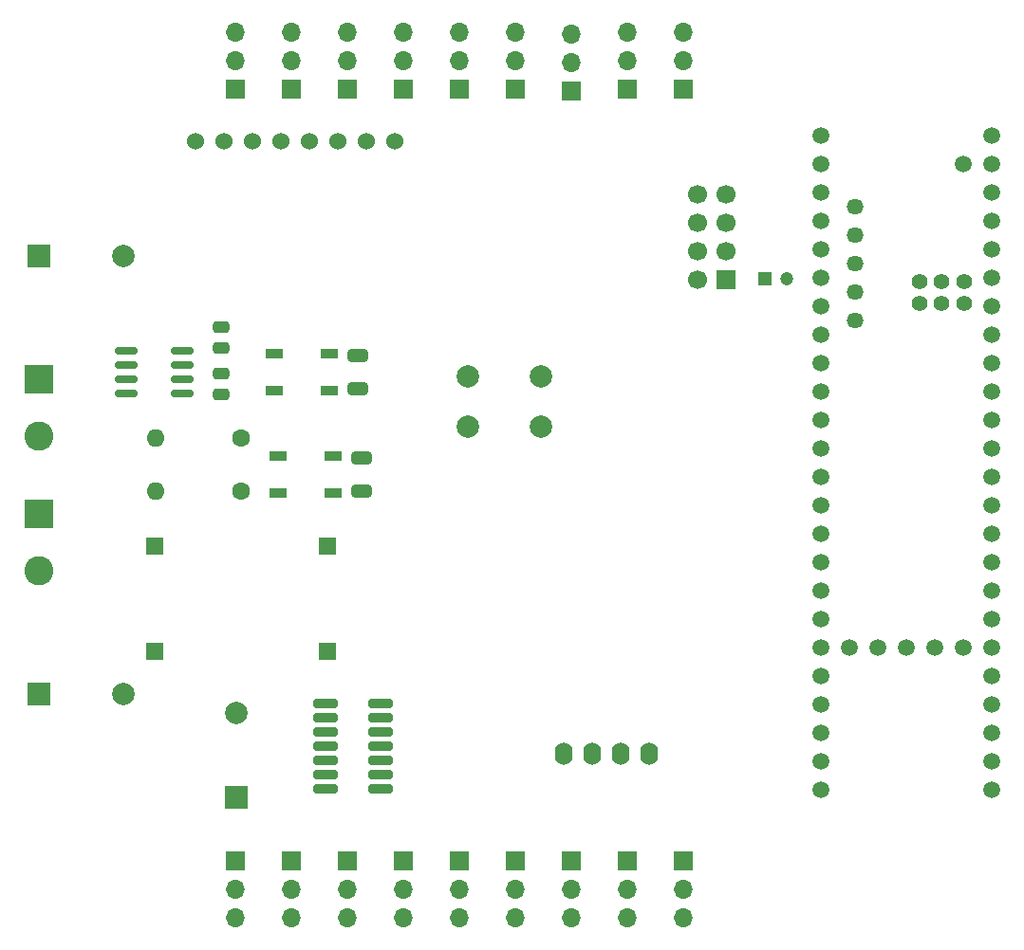
<source format=gbr>
%TF.GenerationSoftware,KiCad,Pcbnew,8.0.7*%
%TF.CreationDate,2025-07-19T14:15:59-04:00*%
%TF.ProjectId,Hexapod V2,48657861-706f-4642-9056-322e6b696361,rev?*%
%TF.SameCoordinates,Original*%
%TF.FileFunction,Soldermask,Top*%
%TF.FilePolarity,Negative*%
%FSLAX46Y46*%
G04 Gerber Fmt 4.6, Leading zero omitted, Abs format (unit mm)*
G04 Created by KiCad (PCBNEW 8.0.7) date 2025-07-19 14:15:59*
%MOMM*%
%LPD*%
G01*
G04 APERTURE LIST*
G04 Aperture macros list*
%AMRoundRect*
0 Rectangle with rounded corners*
0 $1 Rounding radius*
0 $2 $3 $4 $5 $6 $7 $8 $9 X,Y pos of 4 corners*
0 Add a 4 corners polygon primitive as box body*
4,1,4,$2,$3,$4,$5,$6,$7,$8,$9,$2,$3,0*
0 Add four circle primitives for the rounded corners*
1,1,$1+$1,$2,$3*
1,1,$1+$1,$4,$5*
1,1,$1+$1,$6,$7*
1,1,$1+$1,$8,$9*
0 Add four rect primitives between the rounded corners*
20,1,$1+$1,$2,$3,$4,$5,0*
20,1,$1+$1,$4,$5,$6,$7,0*
20,1,$1+$1,$6,$7,$8,$9,0*
20,1,$1+$1,$8,$9,$2,$3,0*%
G04 Aperture macros list end*
%ADD10O,1.600000X2.000000*%
%ADD11R,1.700000X1.700000*%
%ADD12O,1.700000X1.700000*%
%ADD13R,2.600000X2.600000*%
%ADD14C,2.600000*%
%ADD15RoundRect,0.150000X-0.825000X-0.150000X0.825000X-0.150000X0.825000X0.150000X-0.825000X0.150000X0*%
%ADD16RoundRect,0.250000X-0.475000X0.250000X-0.475000X-0.250000X0.475000X-0.250000X0.475000X0.250000X0*%
%ADD17RoundRect,0.201000X-0.886000X-0.201000X0.886000X-0.201000X0.886000X0.201000X-0.886000X0.201000X0*%
%ADD18RoundRect,0.250000X-0.650000X0.325000X-0.650000X-0.325000X0.650000X-0.325000X0.650000X0.325000X0*%
%ADD19R,2.000000X2.000000*%
%ADD20C,2.000000*%
%ADD21RoundRect,0.090000X-0.660000X-0.360000X0.660000X-0.360000X0.660000X0.360000X-0.660000X0.360000X0*%
%ADD22C,1.512000*%
%ADD23C,1.462000*%
%ADD24C,1.412000*%
%ADD25R,1.200000X1.200000*%
%ADD26C,1.200000*%
%ADD27C,1.600000*%
%ADD28O,1.600000X1.600000*%
%ADD29C,1.524000*%
%ADD30R,1.524000X1.524000*%
%ADD31C,1.700000*%
G04 APERTURE END LIST*
D10*
%TO.C,SSD1306*%
X134420000Y-107450000D03*
X131880000Y-107450000D03*
X129340000Y-107450000D03*
X126800000Y-107450000D03*
%TD*%
D11*
%TO.C,T4*%
X102500000Y-48080000D03*
D12*
X102500000Y-45540000D03*
X102500000Y-43000000D03*
%TD*%
D13*
%TO.C,J3*%
X80000000Y-86000000D03*
D14*
X80000000Y-91080000D03*
%TD*%
D11*
%TO.C,C44*%
X132500000Y-48080000D03*
D12*
X132500000Y-45540000D03*
X132500000Y-43000000D03*
%TD*%
D15*
%TO.C,U3*%
X87800000Y-71460000D03*
X87800000Y-72730000D03*
X87800000Y-74000000D03*
X87800000Y-75270000D03*
X92750000Y-75270000D03*
X92750000Y-74000000D03*
X92750000Y-72730000D03*
X92750000Y-71460000D03*
%TD*%
D11*
%TO.C,T2*%
X107500000Y-48080000D03*
D12*
X107500000Y-45540000D03*
X107500000Y-43000000D03*
%TD*%
D16*
%TO.C,C7*%
X96250000Y-69300000D03*
X96250000Y-71200000D03*
%TD*%
D11*
%TO.C,T5*%
X137500000Y-117000000D03*
D12*
X137500000Y-119540000D03*
X137500000Y-122080000D03*
%TD*%
D16*
%TO.C,C3*%
X96275000Y-73465000D03*
X96275000Y-75365000D03*
%TD*%
D11*
%TO.C,F1*%
X112500000Y-117000000D03*
D12*
X112500000Y-119540000D03*
X112500000Y-122080000D03*
%TD*%
D11*
%TO.C,C33*%
X102500000Y-117000000D03*
D12*
X102500000Y-119540000D03*
X102500000Y-122080000D03*
%TD*%
D11*
%TO.C,F4*%
X117500000Y-48080000D03*
D12*
X117500000Y-45540000D03*
X117500000Y-43000000D03*
%TD*%
D17*
%TO.C,U6*%
X105525000Y-102940000D03*
X105525000Y-104210000D03*
X105525000Y-105480000D03*
X105525000Y-106750000D03*
X105525000Y-108020000D03*
X105525000Y-109290000D03*
X105525000Y-110560000D03*
X110475000Y-110560000D03*
X110475000Y-109290000D03*
X110475000Y-108020000D03*
X110475000Y-106750000D03*
X110475000Y-105480000D03*
X110475000Y-104210000D03*
X110475000Y-102940000D03*
%TD*%
D18*
%TO.C,C6*%
X108750000Y-81025000D03*
X108750000Y-83975000D03*
%TD*%
%TO.C,C7*%
X108450000Y-71875000D03*
X108450000Y-74825000D03*
%TD*%
D19*
%TO.C,C8*%
X80000000Y-63000000D03*
D20*
X87500000Y-63000000D03*
%TD*%
D21*
%TO.C,D2*%
X101300000Y-80850000D03*
X101300000Y-84150000D03*
X106200000Y-84150000D03*
X106200000Y-80850000D03*
%TD*%
%TO.C,D1*%
X101000000Y-71700000D03*
X101000000Y-75000000D03*
X105900000Y-75000000D03*
X105900000Y-71700000D03*
%TD*%
D22*
%TO.C,U4*%
X149750000Y-54790000D03*
X149750000Y-57330000D03*
X149750000Y-59870000D03*
X149750000Y-62410000D03*
X149750000Y-87810000D03*
X164990000Y-57330000D03*
X154830000Y-97970000D03*
X149750000Y-64950000D03*
X149750000Y-67490000D03*
D23*
X152800000Y-58600000D03*
D22*
X149750000Y-70030000D03*
X149750000Y-72570000D03*
X149750000Y-75110000D03*
X149750000Y-77650000D03*
X149750000Y-80190000D03*
X149750000Y-82730000D03*
X149750000Y-85270000D03*
X164990000Y-85270000D03*
X164990000Y-82730000D03*
X164990000Y-80190000D03*
X164990000Y-77650000D03*
X164990000Y-75110000D03*
X164990000Y-72570000D03*
X164990000Y-70030000D03*
X164990000Y-67490000D03*
X164990000Y-64950000D03*
X164990000Y-62410000D03*
X164990000Y-59870000D03*
X149750000Y-90350000D03*
X149750000Y-92890000D03*
X149750000Y-95430000D03*
X149750000Y-97970000D03*
X149750000Y-100510000D03*
X149750000Y-103050000D03*
X149750000Y-105590000D03*
X149750000Y-108130000D03*
X149750000Y-110670000D03*
X164990000Y-110670000D03*
X164990000Y-108130000D03*
X164990000Y-105590000D03*
X164990000Y-103050000D03*
X164990000Y-100510000D03*
X164990000Y-97970000D03*
X164990000Y-95430000D03*
X164990000Y-92890000D03*
X164990000Y-90350000D03*
D23*
X152800000Y-63680000D03*
X152800000Y-61140000D03*
D22*
X149750000Y-52250000D03*
X164990000Y-87810000D03*
X164990000Y-54790000D03*
X157370000Y-97970000D03*
D24*
X160540000Y-67220000D03*
X160540000Y-65220000D03*
D22*
X162450000Y-97970000D03*
X159910000Y-97970000D03*
D24*
X162540000Y-65220000D03*
X162540000Y-67220000D03*
X158540000Y-67220000D03*
X158540000Y-65220000D03*
D23*
X152800000Y-66220000D03*
X152800000Y-68760000D03*
D22*
X152290000Y-97970000D03*
X164990000Y-52250000D03*
X162450000Y-54790000D03*
%TD*%
D11*
%TO.C,F5*%
X122500000Y-117000000D03*
D12*
X122500000Y-119540000D03*
X122500000Y-122080000D03*
%TD*%
D11*
%TO.C,F3*%
X117500000Y-117000000D03*
D12*
X117500000Y-119540000D03*
X117500000Y-122080000D03*
%TD*%
D11*
%TO.C,F2*%
X122500000Y-48080000D03*
D12*
X122500000Y-45540000D03*
X122500000Y-43000000D03*
%TD*%
D11*
%TO.C,T1*%
X127500000Y-117000000D03*
D12*
X127500000Y-119540000D03*
X127500000Y-122080000D03*
%TD*%
D11*
%TO.C,F6*%
X112500000Y-48080000D03*
D12*
X112500000Y-45540000D03*
X112500000Y-43000000D03*
%TD*%
D25*
%TO.C,C1*%
X144750000Y-65000000D03*
D26*
X146750000Y-65000000D03*
%TD*%
D11*
%TO.C,C55*%
X107500000Y-117000000D03*
D12*
X107500000Y-119540000D03*
X107500000Y-122080000D03*
%TD*%
D11*
%TO.C,C11*%
X97500000Y-117000000D03*
D12*
X97500000Y-119540000D03*
X97500000Y-122080000D03*
%TD*%
D11*
%TO.C,C44*%
X127500000Y-48250000D03*
D12*
X127500000Y-45710000D03*
X127500000Y-43170000D03*
%TD*%
D27*
%TO.C,R3*%
X98060000Y-84000000D03*
D28*
X90440000Y-84000000D03*
%TD*%
D11*
%TO.C,T3*%
X132500000Y-117000000D03*
D12*
X132500000Y-119540000D03*
X132500000Y-122080000D03*
%TD*%
D19*
%TO.C,BZ1*%
X97600000Y-111350000D03*
D20*
X97600000Y-103750000D03*
%TD*%
D29*
%TO.C,U2*%
X111763000Y-52765000D03*
X109223000Y-52765000D03*
X106683000Y-52765000D03*
X104143000Y-52765000D03*
X101603000Y-52765000D03*
X99063000Y-52765000D03*
X96523000Y-52765000D03*
X93983000Y-52765000D03*
%TD*%
D13*
%TO.C,J2*%
X80000000Y-74000000D03*
D14*
X80000000Y-79080000D03*
%TD*%
D30*
%TO.C,U5*%
X105700000Y-88900000D03*
X105700000Y-98300000D03*
X90300000Y-88900000D03*
X90300000Y-98300000D03*
%TD*%
D11*
%TO.C,C22*%
X137500000Y-48080000D03*
D12*
X137500000Y-45540000D03*
X137500000Y-43000000D03*
%TD*%
D11*
%TO.C,T6*%
X97500000Y-48080000D03*
D12*
X97500000Y-45540000D03*
X97500000Y-43000000D03*
%TD*%
D19*
%TO.C,C9*%
X80000000Y-102080000D03*
D20*
X87500000Y-102080000D03*
%TD*%
D27*
%TO.C,R4*%
X98060000Y-79250000D03*
D28*
X90440000Y-79250000D03*
%TD*%
D11*
%TO.C,U3*%
X141289500Y-65125000D03*
D31*
X138749500Y-65125000D03*
X141289500Y-62585000D03*
X138749500Y-62585000D03*
X141289500Y-60045000D03*
X138749500Y-60045000D03*
X141289500Y-57505000D03*
X138749500Y-57505000D03*
%TD*%
D20*
%TO.C,REF\u002A\u002A*%
X124750000Y-78250000D03*
X118250000Y-78250000D03*
X124750000Y-73750000D03*
X118250000Y-73750000D03*
%TD*%
M02*

</source>
